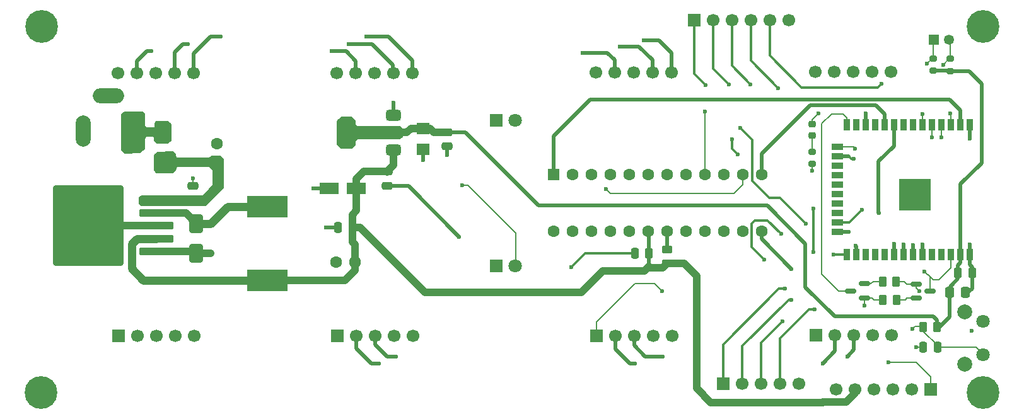
<source format=gbr>
%TF.GenerationSoftware,KiCad,Pcbnew,9.0.2*%
%TF.CreationDate,2025-06-20T14:11:32+05:30*%
%TF.ProjectId,clock,636c6f63-6b2e-46b6-9963-61645f706362,rev?*%
%TF.SameCoordinates,Original*%
%TF.FileFunction,Copper,L2,Bot*%
%TF.FilePolarity,Positive*%
%FSLAX46Y46*%
G04 Gerber Fmt 4.6, Leading zero omitted, Abs format (unit mm)*
G04 Created by KiCad (PCBNEW 9.0.2) date 2025-06-20 14:11:32*
%MOMM*%
%LPD*%
G01*
G04 APERTURE LIST*
G04 Aperture macros list*
%AMRoundRect*
0 Rectangle with rounded corners*
0 $1 Rounding radius*
0 $2 $3 $4 $5 $6 $7 $8 $9 X,Y pos of 4 corners*
0 Add a 4 corners polygon primitive as box body*
4,1,4,$2,$3,$4,$5,$6,$7,$8,$9,$2,$3,0*
0 Add four circle primitives for the rounded corners*
1,1,$1+$1,$2,$3*
1,1,$1+$1,$4,$5*
1,1,$1+$1,$6,$7*
1,1,$1+$1,$8,$9*
0 Add four rect primitives between the rounded corners*
20,1,$1+$1,$2,$3,$4,$5,0*
20,1,$1+$1,$4,$5,$6,$7,0*
20,1,$1+$1,$6,$7,$8,$9,0*
20,1,$1+$1,$8,$9,$2,$3,0*%
G04 Aperture macros list end*
%TA.AperFunction,Conductor*%
%ADD10C,0.200000*%
%TD*%
%TA.AperFunction,ComponentPad*%
%ADD11C,1.700000*%
%TD*%
%TA.AperFunction,ComponentPad*%
%ADD12R,1.700000X1.700000*%
%TD*%
%TA.AperFunction,SMDPad,CuDef*%
%ADD13R,5.400000X2.900000*%
%TD*%
%TA.AperFunction,ComponentPad*%
%ADD14R,1.350000X1.350000*%
%TD*%
%TA.AperFunction,ComponentPad*%
%ADD15C,1.350000*%
%TD*%
%TA.AperFunction,ComponentPad*%
%ADD16C,0.700000*%
%TD*%
%TA.AperFunction,ComponentPad*%
%ADD17C,4.400000*%
%TD*%
%TA.AperFunction,ComponentPad*%
%ADD18R,1.800000X1.800000*%
%TD*%
%TA.AperFunction,ComponentPad*%
%ADD19C,1.800000*%
%TD*%
%TA.AperFunction,SMDPad,CuDef*%
%ADD20RoundRect,0.250000X1.050000X0.550000X-1.050000X0.550000X-1.050000X-0.550000X1.050000X-0.550000X0*%
%TD*%
%TA.AperFunction,SMDPad,CuDef*%
%ADD21RoundRect,0.200000X-0.275000X0.200000X-0.275000X-0.200000X0.275000X-0.200000X0.275000X0.200000X0*%
%TD*%
%TA.AperFunction,SMDPad,CuDef*%
%ADD22RoundRect,0.250000X0.250000X0.475000X-0.250000X0.475000X-0.250000X-0.475000X0.250000X-0.475000X0*%
%TD*%
%TA.AperFunction,SMDPad,CuDef*%
%ADD23R,1.800000X1.600000*%
%TD*%
%TA.AperFunction,SMDPad,CuDef*%
%ADD24R,0.900000X1.500000*%
%TD*%
%TA.AperFunction,SMDPad,CuDef*%
%ADD25R,1.500000X0.900000*%
%TD*%
%TA.AperFunction,SMDPad,CuDef*%
%ADD26R,1.050000X1.050000*%
%TD*%
%TA.AperFunction,HeatsinkPad*%
%ADD27C,0.600000*%
%TD*%
%TA.AperFunction,HeatsinkPad*%
%ADD28R,4.200000X4.200000*%
%TD*%
%TA.AperFunction,ComponentPad*%
%ADD29C,2.000000*%
%TD*%
%TA.AperFunction,SMDPad,CuDef*%
%ADD30RoundRect,0.375000X0.625000X0.375000X-0.625000X0.375000X-0.625000X-0.375000X0.625000X-0.375000X0*%
%TD*%
%TA.AperFunction,SMDPad,CuDef*%
%ADD31RoundRect,0.500000X0.500000X1.400000X-0.500000X1.400000X-0.500000X-1.400000X0.500000X-1.400000X0*%
%TD*%
%TA.AperFunction,SMDPad,CuDef*%
%ADD32RoundRect,0.250000X-0.250000X-0.475000X0.250000X-0.475000X0.250000X0.475000X-0.250000X0.475000X0*%
%TD*%
%TA.AperFunction,SMDPad,CuDef*%
%ADD33RoundRect,0.248780X-0.261220X-0.451220X0.261220X-0.451220X0.261220X0.451220X-0.261220X0.451220X0*%
%TD*%
%TA.AperFunction,SMDPad,CuDef*%
%ADD34RoundRect,0.250000X-0.475000X0.250000X-0.475000X-0.250000X0.475000X-0.250000X0.475000X0.250000X0*%
%TD*%
%TA.AperFunction,ComponentPad*%
%ADD35RoundRect,0.250000X-0.550000X0.550000X-0.550000X-0.550000X0.550000X-0.550000X0.550000X0.550000X0*%
%TD*%
%TA.AperFunction,ComponentPad*%
%ADD36C,1.600000*%
%TD*%
%TA.AperFunction,SMDPad,CuDef*%
%ADD37RoundRect,0.250000X0.475000X-0.250000X0.475000X0.250000X-0.475000X0.250000X-0.475000X-0.250000X0*%
%TD*%
%TA.AperFunction,SMDPad,CuDef*%
%ADD38RoundRect,0.248780X0.261220X0.451220X-0.261220X0.451220X-0.261220X-0.451220X0.261220X-0.451220X0*%
%TD*%
%TA.AperFunction,SMDPad,CuDef*%
%ADD39RoundRect,0.248780X-0.451220X0.261220X-0.451220X-0.261220X0.451220X-0.261220X0.451220X0.261220X0*%
%TD*%
%TA.AperFunction,SMDPad,CuDef*%
%ADD40RoundRect,0.250000X2.050000X0.300000X-2.050000X0.300000X-2.050000X-0.300000X2.050000X-0.300000X0*%
%TD*%
%TA.AperFunction,SMDPad,CuDef*%
%ADD41RoundRect,0.250002X4.449998X5.149998X-4.449998X5.149998X-4.449998X-5.149998X4.449998X-5.149998X0*%
%TD*%
%TA.AperFunction,ComponentPad*%
%ADD42R,2.000000X4.600000*%
%TD*%
%TA.AperFunction,ComponentPad*%
%ADD43O,2.000000X4.200000*%
%TD*%
%TA.AperFunction,ComponentPad*%
%ADD44O,4.200000X2.000000*%
%TD*%
%TA.AperFunction,SMDPad,CuDef*%
%ADD45RoundRect,0.250000X-0.337500X-0.475000X0.337500X-0.475000X0.337500X0.475000X-0.337500X0.475000X0*%
%TD*%
%TA.AperFunction,SMDPad,CuDef*%
%ADD46RoundRect,0.218750X-0.256250X0.218750X-0.256250X-0.218750X0.256250X-0.218750X0.256250X0.218750X0*%
%TD*%
%TA.AperFunction,SMDPad,CuDef*%
%ADD47RoundRect,0.250000X0.650000X-1.000000X0.650000X1.000000X-0.650000X1.000000X-0.650000X-1.000000X0*%
%TD*%
%TA.AperFunction,SMDPad,CuDef*%
%ADD48RoundRect,0.250000X-0.650000X1.000000X-0.650000X-1.000000X0.650000X-1.000000X0.650000X1.000000X0*%
%TD*%
%TA.AperFunction,SMDPad,CuDef*%
%ADD49RoundRect,0.150000X-0.587500X-0.150000X0.587500X-0.150000X0.587500X0.150000X-0.587500X0.150000X0*%
%TD*%
%TA.AperFunction,SMDPad,CuDef*%
%ADD50RoundRect,0.150000X0.587500X0.150000X-0.587500X0.150000X-0.587500X-0.150000X0.587500X-0.150000X0*%
%TD*%
%TA.AperFunction,ViaPad*%
%ADD51C,0.600000*%
%TD*%
%TA.AperFunction,Conductor*%
%ADD52C,0.300000*%
%TD*%
%TA.AperFunction,Conductor*%
%ADD53C,0.500000*%
%TD*%
%TA.AperFunction,Conductor*%
%ADD54C,1.000000*%
%TD*%
%TA.AperFunction,Conductor*%
%ADD55C,1.100000*%
%TD*%
G04 APERTURE END LIST*
D10*
%TO.N,3.3V*%
X87130000Y-107750000D02*
X87130000Y-108290000D01*
X87360000Y-108520000D01*
X93120000Y-108520000D01*
X93430000Y-108830000D01*
X93430000Y-109830000D01*
X93130000Y-110130000D01*
X87430000Y-110130000D01*
X87130000Y-110430000D01*
X87130000Y-110940000D01*
X86650000Y-111420000D01*
X85270000Y-111420000D01*
X84730000Y-110880000D01*
X84760000Y-107790000D01*
X85330000Y-107220000D01*
X86600000Y-107220000D01*
X87130000Y-107750000D01*
%TA.AperFunction,Conductor*%
G36*
X87130000Y-107750000D02*
G01*
X87130000Y-108290000D01*
X87360000Y-108520000D01*
X93120000Y-108520000D01*
X93430000Y-108830000D01*
X93430000Y-109830000D01*
X93130000Y-110130000D01*
X87430000Y-110130000D01*
X87130000Y-110430000D01*
X87130000Y-110940000D01*
X86650000Y-111420000D01*
X85270000Y-111420000D01*
X84730000Y-110880000D01*
X84760000Y-107790000D01*
X85330000Y-107220000D01*
X86600000Y-107220000D01*
X87130000Y-107750000D01*
G37*
%TD.AperFunction*%
%TO.N,/pwr_in*%
X62980000Y-112240000D02*
X62980000Y-112250000D01*
X63100000Y-112750000D01*
X67580000Y-112740000D01*
X67850000Y-112470000D01*
X69010000Y-112470000D01*
X69420000Y-112880000D01*
X69420000Y-116690000D01*
X67030000Y-119080000D01*
X66770000Y-119080000D01*
X58370000Y-119080000D01*
X58120000Y-118830000D01*
X58120000Y-118050000D01*
X58380000Y-117790000D01*
X66670000Y-117790000D01*
X68050000Y-116410000D01*
X68050000Y-114370000D01*
X67530000Y-113850000D01*
X63840000Y-113850000D01*
X63130000Y-113850000D01*
X62990000Y-114360000D01*
X62610000Y-114680000D01*
X60440000Y-114680000D01*
X60170000Y-114330000D01*
X60170000Y-112340000D01*
X60570000Y-111950000D01*
X62610000Y-111940000D01*
X62980000Y-112240000D01*
%TA.AperFunction,Conductor*%
G36*
X62980000Y-112240000D02*
G01*
X62980000Y-112250000D01*
X63100000Y-112750000D01*
X67580000Y-112740000D01*
X67850000Y-112470000D01*
X69010000Y-112470000D01*
X69420000Y-112880000D01*
X69420000Y-116690000D01*
X67030000Y-119080000D01*
X66770000Y-119080000D01*
X58370000Y-119080000D01*
X58120000Y-118830000D01*
X58120000Y-118050000D01*
X58380000Y-117790000D01*
X66670000Y-117790000D01*
X68050000Y-116410000D01*
X68050000Y-114370000D01*
X67530000Y-113850000D01*
X63840000Y-113850000D01*
X63130000Y-113850000D01*
X62990000Y-114360000D01*
X62610000Y-114680000D01*
X60440000Y-114680000D01*
X60170000Y-114330000D01*
X60170000Y-112340000D01*
X60570000Y-111950000D01*
X62610000Y-111940000D01*
X62980000Y-112240000D01*
G37*
%TD.AperFunction*%
%TO.N,Net-(D3-A)*%
X58800000Y-106860000D02*
X58800000Y-108420000D01*
X59090000Y-108710000D01*
X60080000Y-108710000D01*
X60230000Y-108560000D01*
X60230000Y-108060000D01*
X60460000Y-107830000D01*
X61970000Y-107830000D01*
X62350000Y-108210000D01*
X62350000Y-110380000D01*
X62000000Y-110730000D01*
X60490000Y-110730000D01*
X60160000Y-110400000D01*
X60160000Y-109950000D01*
X60010000Y-109800000D01*
X59110000Y-109800000D01*
X58800000Y-110110000D01*
X58800000Y-111440000D01*
X58220000Y-112020000D01*
X56240000Y-112040000D01*
X55820000Y-111620000D01*
X55820000Y-106910000D01*
X56120000Y-106610000D01*
X56130000Y-106610000D01*
X58550000Y-106610000D01*
X58800000Y-106860000D01*
%TA.AperFunction,Conductor*%
G36*
X58800000Y-106860000D02*
G01*
X58800000Y-108420000D01*
X59090000Y-108710000D01*
X60080000Y-108710000D01*
X60230000Y-108560000D01*
X60230000Y-108060000D01*
X60460000Y-107830000D01*
X61970000Y-107830000D01*
X62350000Y-108210000D01*
X62350000Y-110380000D01*
X62000000Y-110730000D01*
X60490000Y-110730000D01*
X60160000Y-110400000D01*
X60160000Y-109950000D01*
X60010000Y-109800000D01*
X59110000Y-109800000D01*
X58800000Y-110110000D01*
X58800000Y-111440000D01*
X58220000Y-112020000D01*
X56240000Y-112040000D01*
X55820000Y-111620000D01*
X55820000Y-106910000D01*
X56120000Y-106610000D01*
X56130000Y-106610000D01*
X58550000Y-106610000D01*
X58800000Y-106860000D01*
G37*
%TD.AperFunction*%
%TD*%
D11*
%TO.P,J5,6,Pin_6*%
%TO.N,GND*%
X145370000Y-94230000D03*
%TO.P,J5,5,Pin_5*%
%TO.N,/16*%
X142830000Y-94230000D03*
%TO.P,J5,4,Pin_4*%
%TO.N,/15*%
X140290000Y-94230000D03*
%TO.P,J5,3,Pin_3*%
%TO.N,/14*%
X137750000Y-94230000D03*
%TO.P,J5,2,Pin_2*%
%TO.N,/13*%
X135210000Y-94230000D03*
D12*
%TO.P,J5,1,Pin_1*%
%TO.N,/12*%
X132670000Y-94230000D03*
%TD*%
D13*
%TO.P,L1,2,2*%
%TO.N,+5V*%
X75360000Y-129137500D03*
%TO.P,L1,1,1*%
%TO.N,Net-(U8-OUT)*%
X75360000Y-119237500D03*
%TD*%
D14*
%TO.P,J4,1,Pin_1*%
%TO.N,/SDA*%
X164850000Y-96800000D03*
D15*
%TO.P,J4,2,Pin_2*%
%TO.N,/SCL*%
X166850000Y-96800000D03*
%TD*%
D12*
%TO.P,J2,1,Pin_1*%
%TO.N,/ADC_1*%
X136510000Y-143080000D03*
D11*
%TO.P,J2,2,Pin_2*%
%TO.N,/ADC_2*%
X139050000Y-143080000D03*
%TO.P,J2,3,Pin_3*%
%TO.N,/ADC_3*%
X141590000Y-143080000D03*
%TO.P,J2,4,Pin_4*%
%TO.N,/ADC_4*%
X144130000Y-143080000D03*
%TO.P,J2,5,Pin_5*%
%TO.N,GND*%
X146670000Y-143080000D03*
%TD*%
D16*
%TO.P,REF\u002A\u002A,1*%
%TO.N,N/C*%
X169820000Y-144260000D03*
X170303274Y-143093274D03*
X170303274Y-145426726D03*
X171470000Y-142610000D03*
D17*
X171470000Y-144260000D03*
D16*
X171470000Y-145910000D03*
X172636726Y-143093274D03*
X172636726Y-145426726D03*
X173120000Y-144260000D03*
%TD*%
D12*
%TO.P,U5,1,CC*%
%TO.N,/DIG_3*%
X149035000Y-136537500D03*
D11*
%TO.P,U5,2,E*%
%TO.N,/E*%
X151575000Y-136537500D03*
%TO.P,U5,3,D*%
%TO.N,/D*%
X154115000Y-136537500D03*
%TO.P,U5,4,C*%
%TO.N,/C*%
X156655000Y-136537500D03*
%TO.P,U5,5,CC*%
%TO.N,unconnected-(U5-CC-Pad5)*%
X159195000Y-136537500D03*
%TO.P,U5,6,B*%
%TO.N,/B*%
X159105000Y-101187500D03*
%TO.P,U5,7,A*%
%TO.N,/A*%
X156565000Y-101187500D03*
%TO.P,U5,8,DP*%
%TO.N,unconnected-(U5-DP-Pad8)*%
X154025000Y-101187500D03*
%TO.P,U5,9,F*%
%TO.N,/F*%
X151485000Y-101187500D03*
%TO.P,U5,10,G*%
%TO.N,/G*%
X148945000Y-101187500D03*
%TD*%
D18*
%TO.P,D2,1,K*%
%TO.N,GND*%
X106060000Y-127250000D03*
D19*
%TO.P,D2,2,A*%
%TO.N,/Sec*%
X108600000Y-127250000D03*
%TD*%
D16*
%TO.P,REF\u002A\u002A,1*%
%TO.N,N/C*%
X43350000Y-95080000D03*
X43833274Y-93913274D03*
X43833274Y-96246726D03*
X45000000Y-93430000D03*
D17*
X45000000Y-95080000D03*
D16*
X45000000Y-96730000D03*
X46166726Y-93913274D03*
X46166726Y-96246726D03*
X46650000Y-95080000D03*
%TD*%
D12*
%TO.P,U1,1,CC*%
%TO.N,/DIG_0*%
X55360000Y-136632500D03*
D11*
%TO.P,U1,2,E*%
%TO.N,/E*%
X57900000Y-136632500D03*
%TO.P,U1,3,D*%
%TO.N,/D*%
X60440000Y-136632500D03*
%TO.P,U1,4,C*%
%TO.N,/C*%
X62980000Y-136632500D03*
%TO.P,U1,5,CC*%
%TO.N,unconnected-(U1-CC-Pad5)*%
X65520000Y-136632500D03*
%TO.P,U1,6,B*%
%TO.N,/B*%
X65430000Y-101282500D03*
%TO.P,U1,7,A*%
%TO.N,/A*%
X62890000Y-101282500D03*
%TO.P,U1,8,DP*%
%TO.N,unconnected-(U1-DP-Pad8)*%
X60350000Y-101282500D03*
%TO.P,U1,9,F*%
%TO.N,/F*%
X57810000Y-101282500D03*
%TO.P,U1,10,G*%
%TO.N,/G*%
X55270000Y-101282500D03*
%TD*%
D12*
%TO.P,U2,1,CC*%
%TO.N,/DIG_1*%
X84740000Y-136640000D03*
D11*
%TO.P,U2,2,E*%
%TO.N,/E*%
X87280000Y-136640000D03*
%TO.P,U2,3,D*%
%TO.N,/D*%
X89820000Y-136640000D03*
%TO.P,U2,4,C*%
%TO.N,/C*%
X92360000Y-136640000D03*
%TO.P,U2,5,CC*%
%TO.N,unconnected-(U2-CC-Pad5)*%
X94900000Y-136640000D03*
%TO.P,U2,6,B*%
%TO.N,/B*%
X94810000Y-101290000D03*
%TO.P,U2,7,A*%
%TO.N,/A*%
X92270000Y-101290000D03*
%TO.P,U2,8,DP*%
%TO.N,unconnected-(U2-DP-Pad8)*%
X89730000Y-101290000D03*
%TO.P,U2,9,F*%
%TO.N,/F*%
X87190000Y-101290000D03*
%TO.P,U2,10,G*%
%TO.N,/G*%
X84650000Y-101290000D03*
%TD*%
D18*
%TO.P,D1,1,K*%
%TO.N,GND*%
X106100000Y-107680000D03*
D19*
%TO.P,D1,2,A*%
%TO.N,/Sec*%
X108640000Y-107680000D03*
%TD*%
D12*
%TO.P,U3,1,CC*%
%TO.N,/DIG_2*%
X119515000Y-136585000D03*
D11*
%TO.P,U3,2,E*%
%TO.N,/E*%
X122055000Y-136585000D03*
%TO.P,U3,3,D*%
%TO.N,/D*%
X124595000Y-136585000D03*
%TO.P,U3,4,C*%
%TO.N,/C*%
X127135000Y-136585000D03*
%TO.P,U3,5,CC*%
%TO.N,unconnected-(U3-CC-Pad5)*%
X129675000Y-136585000D03*
%TO.P,U3,6,B*%
%TO.N,/B*%
X129585000Y-101235000D03*
%TO.P,U3,7,A*%
%TO.N,/A*%
X127045000Y-101235000D03*
%TO.P,U3,8,DP*%
%TO.N,unconnected-(U3-DP-Pad8)*%
X124505000Y-101235000D03*
%TO.P,U3,9,F*%
%TO.N,/F*%
X121965000Y-101235000D03*
%TO.P,U3,10,G*%
%TO.N,/G*%
X119425000Y-101235000D03*
%TD*%
D16*
%TO.P,REF\u002A\u002A,1*%
%TO.N,N/C*%
X169780000Y-95040000D03*
X170263274Y-93873274D03*
X170263274Y-96206726D03*
X171430000Y-93390000D03*
D17*
X171430000Y-95040000D03*
D16*
X171430000Y-96690000D03*
X172596726Y-93873274D03*
X172596726Y-96206726D03*
X173080000Y-95040000D03*
%TD*%
%TO.P,REF\u002A\u002A,1*%
%TO.N,N/C*%
X43263274Y-144226726D03*
X43746548Y-143060000D03*
X43746548Y-145393452D03*
X44913274Y-142576726D03*
D17*
X44913274Y-144226726D03*
D16*
X44913274Y-145876726D03*
X46080000Y-143060000D03*
X46080000Y-145393452D03*
X46563274Y-144226726D03*
%TD*%
D12*
%TO.P,J3,1,Pin_1*%
%TO.N,/DTR*%
X164400000Y-143800000D03*
D11*
%TO.P,J3,2,Pin_2*%
%TO.N,/RTS*%
X161860000Y-143800000D03*
%TO.P,J3,3,Pin_3*%
%TO.N,/RXD0*%
X159320000Y-143800000D03*
%TO.P,J3,4,Pin_4*%
%TO.N,/TXD0*%
X156780000Y-143800000D03*
%TO.P,J3,5,Pin_5*%
%TO.N,+5V*%
X154240000Y-143800000D03*
%TO.P,J3,6,Pin_6*%
%TO.N,GND*%
X151700000Y-143800000D03*
%TD*%
D20*
%TO.P,C1,1*%
%TO.N,+5V*%
X87270000Y-116817500D03*
%TO.P,C1,2*%
%TO.N,GND*%
X83670000Y-116817500D03*
%TD*%
D21*
%TO.P,R7,1*%
%TO.N,/SCL*%
X167040000Y-99405000D03*
%TO.P,R7,2*%
%TO.N,3.3V*%
X167040000Y-101055000D03*
%TD*%
D22*
%TO.P,C12,1*%
%TO.N,+5V*%
X126590000Y-125575000D03*
%TO.P,C12,2*%
%TO.N,GND*%
X124690000Y-125575000D03*
%TD*%
D23*
%TO.P,C5,1*%
%TO.N,3.3V*%
X96260000Y-108787500D03*
%TO.P,C5,2*%
%TO.N,GND*%
X96260000Y-111587500D03*
%TD*%
D24*
%TO.P,U4,1,GND*%
%TO.N,GND*%
X169660000Y-125730000D03*
%TO.P,U4,2,VDD*%
%TO.N,3.3V*%
X168390000Y-125730000D03*
%TO.P,U4,3,EN*%
%TO.N,/EN*%
X167120000Y-125730000D03*
%TO.P,U4,4,SENSOR_VP*%
%TO.N,unconnected-(U4-SENSOR_VP-Pad4)*%
X165850000Y-125730000D03*
%TO.P,U4,5,SENSOR_VN*%
%TO.N,unconnected-(U4-SENSOR_VN-Pad5)*%
X164580000Y-125730000D03*
%TO.P,U4,6,IO34*%
%TO.N,/ADC_3*%
X163310000Y-125730000D03*
%TO.P,U4,7,IO35*%
%TO.N,/ADC_4*%
X162040000Y-125730000D03*
%TO.P,U4,8,IO32*%
%TO.N,/ADC_1*%
X160770000Y-125730000D03*
%TO.P,U4,9,IO33*%
%TO.N,/ADC_2*%
X159500000Y-125730000D03*
%TO.P,U4,10,IO25*%
%TO.N,unconnected-(U4-IO25-Pad10)*%
X158230000Y-125730000D03*
%TO.P,U4,11,IO26*%
%TO.N,unconnected-(U4-IO26-Pad11)*%
X156960000Y-125730000D03*
%TO.P,U4,12,IO27*%
%TO.N,unconnected-(U4-IO27-Pad12)*%
X155690000Y-125730000D03*
%TO.P,U4,13,IO14*%
%TO.N,/14*%
X154420000Y-125730000D03*
%TO.P,U4,14,IO12*%
%TO.N,/12*%
X153150000Y-125730000D03*
D25*
%TO.P,U4,15,GND*%
%TO.N,GND*%
X151900000Y-122690000D03*
%TO.P,U4,16,IO13*%
%TO.N,/13*%
X151900000Y-121420000D03*
%TO.P,U4,17,SHD/SD2*%
%TO.N,unconnected-(U4-SHD{slash}SD2-Pad17)*%
X151900000Y-120150000D03*
%TO.P,U4,18,SWP/SD3*%
%TO.N,unconnected-(U4-SWP{slash}SD3-Pad18)*%
X151900000Y-118880000D03*
%TO.P,U4,19,SCS/CMD*%
%TO.N,unconnected-(U4-SCS{slash}CMD-Pad19)*%
X151900000Y-117610000D03*
%TO.P,U4,20,SCK/CLK*%
%TO.N,unconnected-(U4-SCK{slash}CLK-Pad20)*%
X151900000Y-116340000D03*
%TO.P,U4,21,SDO/SD0*%
%TO.N,unconnected-(U4-SDO{slash}SD0-Pad21)*%
X151900000Y-115070000D03*
%TO.P,U4,22,SDI/SD1*%
%TO.N,unconnected-(U4-SDI{slash}SD1-Pad22)*%
X151900000Y-113800000D03*
%TO.P,U4,23,IO15*%
%TO.N,/15*%
X151900000Y-112530000D03*
%TO.P,U4,24,IO2*%
%TO.N,/2*%
X151900000Y-111260000D03*
D24*
%TO.P,U4,25,IO0*%
%TO.N,/IO0*%
X153150000Y-108230000D03*
%TO.P,U4,26,IO4*%
%TO.N,unconnected-(U4-IO4-Pad26)*%
X154420000Y-108230000D03*
%TO.P,U4,27,IO16*%
%TO.N,/16*%
X155690000Y-108230000D03*
%TO.P,U4,28,IO17*%
%TO.N,unconnected-(U4-IO17-Pad28)*%
X156960000Y-108230000D03*
%TO.P,U4,29,IO5*%
%TO.N,/CS*%
X158230000Y-108230000D03*
%TO.P,U4,30,IO18*%
%TO.N,/CLK*%
X159500000Y-108230000D03*
%TO.P,U4,31,IO19*%
%TO.N,unconnected-(U4-IO19-Pad31)*%
X160770000Y-108230000D03*
%TO.P,U4,32,NC*%
%TO.N,unconnected-(U4-NC-Pad32)*%
X162040000Y-108230000D03*
%TO.P,U4,33,IO21*%
%TO.N,/SDA*%
X163310000Y-108230000D03*
%TO.P,U4,34,RXD0/IO3*%
%TO.N,/RXD0*%
X164580000Y-108230000D03*
%TO.P,U4,35,TXD0/IO1*%
%TO.N,/TXD0*%
X165850000Y-108230000D03*
%TO.P,U4,36,IO22*%
%TO.N,/SCL*%
X167120000Y-108230000D03*
%TO.P,U4,37,IO23*%
%TO.N,/MOSI*%
X168390000Y-108230000D03*
%TO.P,U4,38,GND*%
%TO.N,GND*%
X169660000Y-108230000D03*
D26*
%TO.P,U4,39,GND*%
X160795000Y-119185000D03*
D27*
X161557500Y-119185000D03*
D26*
X162320000Y-119185000D03*
D27*
X163082500Y-119185000D03*
D26*
X163845000Y-119185000D03*
D27*
X160795000Y-118422500D03*
X162320000Y-118422500D03*
X163845000Y-118422500D03*
D26*
X160795000Y-117660000D03*
D27*
X161557500Y-117660000D03*
D26*
X162320000Y-117660000D03*
D28*
X162320000Y-117660000D03*
D27*
X163082500Y-117660000D03*
D26*
X163845000Y-117660000D03*
D27*
X160795000Y-116897500D03*
X162320000Y-116897500D03*
X163845000Y-116897500D03*
D26*
X160795000Y-116135000D03*
D27*
X161557500Y-116135000D03*
D26*
X162320000Y-116135000D03*
D27*
X163082500Y-116135000D03*
D26*
X163845000Y-116135000D03*
%TD*%
D19*
%TO.P,SW1,1,1*%
%TO.N,GND*%
X171450000Y-134650000D03*
%TO.P,SW1,2,2*%
%TO.N,/EN*%
X171450000Y-139150000D03*
D29*
%TO.P,SW1,M1,M1*%
%TO.N,unconnected-(SW1-PadM1)*%
X168950000Y-133400000D03*
%TO.P,SW1,M2,M2*%
%TO.N,unconnected-(SW1-PadM2)*%
X168950000Y-140400000D03*
%TD*%
D30*
%TO.P,U7,1,GND*%
%TO.N,GND*%
X92230000Y-107017500D03*
%TO.P,U7,2,VO*%
%TO.N,3.3V*%
X92230000Y-109317500D03*
D31*
X85930000Y-109317500D03*
D30*
%TO.P,U7,3,VI*%
%TO.N,+5V*%
X92230000Y-111617500D03*
%TD*%
D32*
%TO.P,C8,1*%
%TO.N,3.3V*%
X168075000Y-128195000D03*
%TO.P,C8,2*%
%TO.N,GND*%
X169975000Y-128195000D03*
%TD*%
D33*
%TO.P,R3,1*%
%TO.N,/DTR*%
X157980000Y-131800000D03*
%TO.P,R3,2*%
%TO.N,Net-(Q1-B)*%
X159800000Y-131800000D03*
%TD*%
D34*
%TO.P,C2,1*%
%TO.N,+5V*%
X91390000Y-114547500D03*
%TO.P,C2,2*%
%TO.N,GND*%
X91390000Y-116447500D03*
%TD*%
D35*
%TO.P,U6,1,DIN*%
%TO.N,/MOSI*%
X113750000Y-114950000D03*
D36*
%TO.P,U6,2,DIG_0*%
%TO.N,/DIG_0*%
X116290000Y-114950000D03*
%TO.P,U6,3,DIG_4*%
%TO.N,unconnected-(U6-DIG_4-Pad3)*%
X118830000Y-114950000D03*
%TO.P,U6,4,GND*%
%TO.N,GND*%
X121370000Y-114950000D03*
%TO.P,U6,5,DIG_6*%
%TO.N,unconnected-(U6-DIG_6-Pad5)*%
X123910000Y-114950000D03*
%TO.P,U6,6,DIG_2*%
%TO.N,/DIG_2*%
X126450000Y-114950000D03*
%TO.P,U6,7,DIG_3*%
%TO.N,/DIG_3*%
X128990000Y-114950000D03*
%TO.P,U6,8,DIG_7*%
%TO.N,unconnected-(U6-DIG_7-Pad8)*%
X131530000Y-114950000D03*
%TO.P,U6,9,GND*%
%TO.N,GND*%
X134070000Y-114950000D03*
%TO.P,U6,10,DIG_5*%
%TO.N,unconnected-(U6-DIG_5-Pad10)*%
X136610000Y-114950000D03*
%TO.P,U6,11,DIG_1*%
%TO.N,/DIG_1*%
X139150000Y-114950000D03*
%TO.P,U6,12,~{CS}*%
%TO.N,/CS*%
X141690000Y-114950000D03*
%TO.P,U6,13,CLK*%
%TO.N,/CLK*%
X141690000Y-122570000D03*
%TO.P,U6,14,SEG_A*%
%TO.N,/A*%
X139150000Y-122570000D03*
%TO.P,U6,15,SEG_F*%
%TO.N,/F*%
X136610000Y-122570000D03*
%TO.P,U6,16,SEG_B*%
%TO.N,/B*%
X134070000Y-122570000D03*
%TO.P,U6,17,SEG_G*%
%TO.N,/G*%
X131530000Y-122570000D03*
%TO.P,U6,18,ISET*%
%TO.N,Net-(U6-ISET)*%
X128990000Y-122570000D03*
%TO.P,U6,19,V+*%
%TO.N,+5V*%
X126450000Y-122570000D03*
%TO.P,U6,20,SEG_C*%
%TO.N,/C*%
X123910000Y-122570000D03*
%TO.P,U6,21,SEG_E*%
%TO.N,/E*%
X121370000Y-122570000D03*
%TO.P,U6,22,SEG_DP*%
%TO.N,unconnected-(U6-SEG_DP-Pad22)*%
X118830000Y-122570000D03*
%TO.P,U6,23,SEG_D*%
%TO.N,/D*%
X116290000Y-122570000D03*
%TO.P,U6,24,DOUT*%
%TO.N,unconnected-(U6-DOUT-Pad24)*%
X113750000Y-122570000D03*
%TD*%
%TO.P,C3,1*%
%TO.N,/pwr_in*%
X68590000Y-113327500D03*
%TO.P,C3,2*%
%TO.N,GND*%
X68590000Y-110827500D03*
%TD*%
D22*
%TO.P,C11,1*%
%TO.N,/EN*%
X165330000Y-138170000D03*
%TO.P,C11,2*%
%TO.N,GND*%
X163430000Y-138170000D03*
%TD*%
D37*
%TO.P,C4,1*%
%TO.N,/pwr_in*%
X65380000Y-118397500D03*
%TO.P,C4,2*%
%TO.N,GND*%
X65380000Y-116497500D03*
%TD*%
D38*
%TO.P,R2,1*%
%TO.N,/RTS*%
X159750000Y-129370000D03*
%TO.P,R2,2*%
%TO.N,Net-(Q2-B)*%
X157930000Y-129370000D03*
%TD*%
D39*
%TO.P,R1,1*%
%TO.N,Net-(U6-ISET)*%
X129030000Y-125065000D03*
%TO.P,R1,2*%
%TO.N,+5V*%
X129030000Y-126885000D03*
%TD*%
D40*
%TO.P,U8,1,VIN*%
%TO.N,/pwr_in*%
X60470000Y-118447500D03*
%TO.P,U8,2,OUT*%
%TO.N,Net-(U8-OUT)*%
X60470000Y-120147500D03*
%TO.P,U8,3,GND*%
%TO.N,GND*%
X60470000Y-121847500D03*
D41*
X51320000Y-121847500D03*
D40*
%TO.P,U8,4,FB*%
%TO.N,+5V*%
X60470000Y-123547500D03*
%TO.P,U8,5,~{ON}/OFF*%
%TO.N,GND*%
X60470000Y-125247500D03*
%TD*%
D33*
%TO.P,R4,1*%
%TO.N,/EN*%
X163430000Y-135450000D03*
%TO.P,R4,2*%
%TO.N,3.3V*%
X165250000Y-135450000D03*
%TD*%
D22*
%TO.P,C10,1*%
%TO.N,+5V*%
X86750000Y-122100000D03*
%TO.P,C10,2*%
%TO.N,GND*%
X84850000Y-122100000D03*
%TD*%
D42*
%TO.P,J1,1*%
%TO.N,Net-(D3-A)*%
X56940000Y-109150000D03*
D43*
%TO.P,J1,2*%
%TO.N,GND*%
X50640000Y-109150000D03*
D44*
%TO.P,J1,3*%
X54040000Y-104350000D03*
%TD*%
D36*
%TO.P,C9,1*%
%TO.N,+5V*%
X87100000Y-126700000D03*
%TO.P,C9,2*%
%TO.N,GND*%
X84600000Y-126700000D03*
%TD*%
D45*
%TO.P,C7,1*%
%TO.N,3.3V*%
X166962500Y-130800000D03*
%TO.P,C7,2*%
%TO.N,GND*%
X169037500Y-130800000D03*
%TD*%
D46*
%TO.P,D5,1,K*%
%TO.N,/2*%
X148450000Y-108155000D03*
%TO.P,D5,2,A*%
%TO.N,Net-(D5-A)*%
X148450000Y-109730000D03*
%TD*%
D34*
%TO.P,C6,1*%
%TO.N,3.3V*%
X99500000Y-109257500D03*
%TO.P,C6,2*%
%TO.N,GND*%
X99500000Y-111157500D03*
%TD*%
D47*
%TO.P,D3,1,K*%
%TO.N,/pwr_in*%
X61230000Y-113317500D03*
%TO.P,D3,2,A*%
%TO.N,Net-(D3-A)*%
X61230000Y-109317500D03*
%TD*%
D48*
%TO.P,D4,1*%
%TO.N,Net-(U8-OUT)*%
X65800000Y-121557500D03*
%TO.P,D4,2*%
%TO.N,GND*%
X65800000Y-125557500D03*
%TD*%
D21*
%TO.P,R6,1*%
%TO.N,/SDA*%
X164730000Y-99365000D03*
%TO.P,R6,2*%
%TO.N,3.3V*%
X164730000Y-101015000D03*
%TD*%
D49*
%TO.P,Q1,1,B*%
%TO.N,Net-(Q1-B)*%
X162470000Y-131580000D03*
%TO.P,Q1,2,E*%
%TO.N,/RTS*%
X162470000Y-129680000D03*
%TO.P,Q1,3,C*%
%TO.N,/EN*%
X164345000Y-130630000D03*
%TD*%
D50*
%TO.P,Q2,1,B*%
%TO.N,Net-(Q2-B)*%
X155487500Y-129637500D03*
%TO.P,Q2,2,E*%
%TO.N,/DTR*%
X155487500Y-131537500D03*
%TO.P,Q2,3,C*%
%TO.N,/IO0*%
X153612500Y-130587500D03*
%TD*%
D21*
%TO.P,R5,1*%
%TO.N,Net-(D5-A)*%
X148480000Y-111865000D03*
%TO.P,R5,2*%
%TO.N,GND*%
X148480000Y-113515000D03*
%TD*%
D51*
%TO.N,GND*%
X169920000Y-135920000D03*
%TO.N,/2*%
X149340000Y-106730000D03*
X154280000Y-111500000D03*
%TO.N,GND*%
X116120000Y-127430000D03*
%TO.N,/12*%
X144320000Y-122930000D03*
X142020000Y-126350000D03*
X151380000Y-125740000D03*
X138520000Y-112240000D03*
X137720000Y-110190000D03*
X134160000Y-102970000D03*
%TO.N,/13*%
X147650000Y-121530000D03*
X138815000Y-108655000D03*
X137355000Y-102865000D03*
X155210000Y-119680000D03*
%TO.N,/14*%
X154320000Y-124500000D03*
X148660000Y-125350000D03*
X148660000Y-119510000D03*
X140190000Y-102810000D03*
%TO.N,/15*%
X154050000Y-112840000D03*
X143910000Y-103320000D03*
%TO.N,/16*%
X155700000Y-106700000D03*
X157800000Y-102760000D03*
%TO.N,GND*%
X101110000Y-123310000D03*
X162450000Y-138150000D03*
X57520000Y-121847500D03*
X92960000Y-116480000D03*
X169660000Y-124380000D03*
X96260000Y-112990000D03*
X169650000Y-110140000D03*
X81500000Y-116800000D03*
X92240000Y-105300000D03*
X83200000Y-122100000D03*
X65380000Y-115450000D03*
X56620000Y-121847500D03*
X99500000Y-112300000D03*
X134080000Y-106510000D03*
X153440000Y-122690000D03*
X148470000Y-114450000D03*
X67690000Y-125570000D03*
%TO.N,/EN*%
X161960000Y-135690000D03*
X163590000Y-127950000D03*
%TO.N,/RXD0*%
X164580000Y-109950000D03*
%TO.N,/DTR*%
X155500000Y-132530000D03*
X158730000Y-140200000D03*
%TO.N,/TXD0*%
X165850000Y-109940000D03*
%TO.N,/RTS*%
X162900000Y-130600000D03*
%TO.N,/A*%
X64700000Y-97390000D03*
X122700000Y-97770000D03*
X86300000Y-97390000D03*
%TO.N,/F*%
X117660000Y-98570000D03*
X59800000Y-98390000D03*
X83990000Y-98390000D03*
%TO.N,/B*%
X69100000Y-96380000D03*
X88590000Y-96380000D03*
X125890000Y-96900000D03*
%TO.N,/E*%
X90340000Y-140340000D03*
X149910000Y-140310000D03*
X124671157Y-140339999D03*
%TO.N,/D*%
X153220000Y-139390000D03*
X92620000Y-139400000D03*
X128440000Y-139390000D03*
%TO.N,/DIG_2*%
X128370000Y-130620000D03*
%TO.N,/DIG_1*%
X120810000Y-116890000D03*
%TO.N,/Sec*%
X101470000Y-116380000D03*
%TO.N,/CLK*%
X157430000Y-120150000D03*
X145720000Y-127640000D03*
%TO.N,/ADC_4*%
X162040000Y-124400000D03*
X148830000Y-133030000D03*
%TO.N,/ADC_1*%
X144830000Y-130270000D03*
X160770000Y-124320000D03*
%TO.N,/ADC_3*%
X144490000Y-134650000D03*
X163310000Y-124370000D03*
%TO.N,/ADC_2*%
X145700000Y-131760000D03*
X159500000Y-124240000D03*
%TO.N,/SDA*%
X163300000Y-106830000D03*
X163930000Y-100070000D03*
%TO.N,/SCL*%
X166060000Y-100190000D03*
X167060000Y-106780000D03*
%TD*%
D10*
%TO.N,/2*%
X148450000Y-107620000D02*
X149340000Y-106730000D01*
X148450000Y-108155000D02*
X148450000Y-107620000D01*
X154040000Y-111260000D02*
X151900000Y-111260000D01*
X154280000Y-111500000D02*
X154040000Y-111260000D01*
X151920000Y-111280000D02*
X151900000Y-111260000D01*
D52*
%TO.N,/15*%
X153740000Y-112840000D02*
X153430000Y-112530000D01*
X154050000Y-112840000D02*
X153740000Y-112840000D01*
%TO.N,/14*%
X137715000Y-100335000D02*
X137715000Y-94265000D01*
X140190000Y-102810000D02*
X137715000Y-100335000D01*
X137715000Y-94265000D02*
X137750000Y-94230000D01*
%TO.N,/13*%
X135175000Y-94265000D02*
X135210000Y-94230000D01*
X135175000Y-100685000D02*
X135175000Y-94265000D01*
X137355000Y-102865000D02*
X135175000Y-100685000D01*
%TO.N,/12*%
X132635000Y-94265000D02*
X132670000Y-94230000D01*
X132635000Y-101445000D02*
X132635000Y-94265000D01*
X134160000Y-102970000D02*
X132635000Y-101445000D01*
%TO.N,/15*%
X140255000Y-94265000D02*
X140290000Y-94230000D01*
X140255000Y-99665000D02*
X140255000Y-94265000D01*
X143910000Y-103320000D02*
X140255000Y-99665000D01*
%TO.N,/16*%
X142795000Y-94265000D02*
X142830000Y-94230000D01*
X147080000Y-103240000D02*
X142795000Y-98955000D01*
X142795000Y-98955000D02*
X142795000Y-94265000D01*
X157330000Y-103240000D02*
X147080000Y-103240000D01*
X157800000Y-102770000D02*
X157330000Y-103240000D01*
X157800000Y-102760000D02*
X157800000Y-102770000D01*
%TO.N,GND*%
X117975000Y-125575000D02*
X116120000Y-127430000D01*
X124690000Y-125575000D02*
X117975000Y-125575000D01*
%TO.N,/ADC_3*%
X141610000Y-137530000D02*
X141610000Y-143020000D01*
X144490000Y-134650000D02*
X141610000Y-137530000D01*
%TO.N,/ADC_4*%
X144150000Y-136950000D02*
X144150000Y-143020000D01*
X148050000Y-133050000D02*
X144150000Y-136950000D01*
X148810000Y-133050000D02*
X148050000Y-133050000D01*
X148830000Y-133030000D02*
X148810000Y-133050000D01*
%TO.N,/ADC_2*%
X145320000Y-131760000D02*
X139070000Y-138010000D01*
X139070000Y-138010000D02*
X139070000Y-143020000D01*
X145700000Y-131760000D02*
X145320000Y-131760000D01*
%TO.N,/ADC_1*%
X144040000Y-130270000D02*
X136530000Y-137780000D01*
X136530000Y-137780000D02*
X136530000Y-143020000D01*
X144830000Y-130270000D02*
X144040000Y-130270000D01*
D53*
%TO.N,/CS*%
X157050000Y-105650000D02*
X158230000Y-106830000D01*
X158230000Y-106830000D02*
X158230000Y-108230000D01*
X148230000Y-105650000D02*
X157050000Y-105650000D01*
X141700000Y-112180000D02*
X148230000Y-105650000D01*
X141690000Y-114950000D02*
X141700000Y-114940000D01*
X141700000Y-114940000D02*
X141700000Y-112180000D01*
D52*
%TO.N,/14*%
X148660000Y-125350000D02*
X148660000Y-119510000D01*
%TO.N,/12*%
X151390000Y-125730000D02*
X151380000Y-125740000D01*
X153150000Y-125730000D02*
X151390000Y-125730000D01*
%TO.N,/13*%
X153480000Y-121420000D02*
X151900000Y-121420000D01*
X155210000Y-119690000D02*
X153480000Y-121420000D01*
X155210000Y-119680000D02*
X155210000Y-119690000D01*
X142700000Y-118110000D02*
X144180000Y-118110000D01*
X140420000Y-115830000D02*
X142700000Y-118110000D01*
X140420000Y-110260000D02*
X140420000Y-115830000D01*
X144180000Y-118110000D02*
X147620000Y-121550000D01*
X138815000Y-108655000D02*
X140420000Y-110260000D01*
%TO.N,/12*%
X137720000Y-111440000D02*
X137720000Y-110190000D01*
X138520000Y-112240000D02*
X137720000Y-111440000D01*
X142480000Y-121090000D02*
X144320000Y-122930000D01*
X140820000Y-121090000D02*
X142480000Y-121090000D01*
X140390000Y-121520000D02*
X140820000Y-121090000D01*
X140390000Y-123520000D02*
X140390000Y-121520000D01*
X140390000Y-124720000D02*
X140390000Y-123520000D01*
X142020000Y-126350000D02*
X140390000Y-124720000D01*
D53*
%TO.N,/14*%
X154420000Y-124600000D02*
X154320000Y-124500000D01*
X154420000Y-125730000D02*
X154420000Y-124600000D01*
%TO.N,/15*%
X153430000Y-112530000D02*
X151900000Y-112530000D01*
%TO.N,/16*%
X155690000Y-106710000D02*
X155700000Y-106700000D01*
X155690000Y-108230000D02*
X155690000Y-106710000D01*
%TO.N,/B*%
X129585000Y-98615000D02*
X129585000Y-101235000D01*
X129600000Y-98600000D02*
X129585000Y-98615000D01*
X127900000Y-96900000D02*
X129600000Y-98600000D01*
X125890000Y-96900000D02*
X127900000Y-96900000D01*
%TO.N,/A*%
X127030000Y-101220000D02*
X127045000Y-101235000D01*
X127030000Y-99530000D02*
X127030000Y-101220000D01*
X122730000Y-97740000D02*
X125240000Y-97740000D01*
X125240000Y-97740000D02*
X127030000Y-99530000D01*
X122700000Y-97770000D02*
X122730000Y-97740000D01*
%TO.N,/F*%
X120970000Y-98570000D02*
X121965000Y-99565000D01*
X117660000Y-98570000D02*
X120970000Y-98570000D01*
X121965000Y-99565000D02*
X121965000Y-101235000D01*
%TO.N,/MOSI*%
X168390000Y-106290000D02*
X168390000Y-108230000D01*
X166940000Y-104840000D02*
X168390000Y-106290000D01*
X118680000Y-104840000D02*
X166940000Y-104840000D01*
X113750000Y-109770000D02*
X118680000Y-104840000D01*
X113750000Y-114950000D02*
X113750000Y-109770000D01*
%TO.N,GND*%
X94280000Y-116480000D02*
X101110000Y-123310000D01*
X92960000Y-116480000D02*
X94280000Y-116480000D01*
X169430000Y-130800000D02*
X169037500Y-130800000D01*
D10*
X134070000Y-114950000D02*
X134070000Y-106520000D01*
D53*
X169975000Y-128195000D02*
X169975000Y-127355000D01*
D54*
X60470000Y-121847500D02*
X57520000Y-121847500D01*
D53*
X151900000Y-122690000D02*
X153440000Y-122690000D01*
D54*
X67677500Y-125557500D02*
X67690000Y-125570000D01*
D53*
X83670000Y-116817500D02*
X81517500Y-116817500D01*
D10*
X148480000Y-113515000D02*
X148480000Y-114440000D01*
D53*
X169660000Y-127040000D02*
X169660000Y-125730000D01*
D54*
X65490000Y-125247500D02*
X65800000Y-125557500D01*
D10*
X134070000Y-106520000D02*
X134080000Y-106510000D01*
D54*
X56620000Y-121847500D02*
X51320000Y-121847500D01*
D53*
X169975000Y-130255000D02*
X169430000Y-130800000D01*
D10*
X163430000Y-138170000D02*
X162470000Y-138170000D01*
D54*
X60470000Y-125247500D02*
X65490000Y-125247500D01*
D53*
X169660000Y-125730000D02*
X169660000Y-124380000D01*
X92927500Y-116447500D02*
X91390000Y-116447500D01*
X84850000Y-122100000D02*
X83200000Y-122100000D01*
X169660000Y-108230000D02*
X169660000Y-110130000D01*
X99500000Y-111157500D02*
X99500000Y-112300000D01*
X92230000Y-107017500D02*
X92230000Y-105310000D01*
X92960000Y-116480000D02*
X92927500Y-116447500D01*
D54*
X65800000Y-125557500D02*
X67677500Y-125557500D01*
X57520000Y-121847500D02*
X56620000Y-121847500D01*
D53*
X169660000Y-110130000D02*
X169650000Y-110140000D01*
X92230000Y-105310000D02*
X92240000Y-105300000D01*
X96260000Y-111587500D02*
X96260000Y-112990000D01*
D10*
X65380000Y-116497500D02*
X65380000Y-115450000D01*
D53*
X169975000Y-127355000D02*
X169660000Y-127040000D01*
X169975000Y-128195000D02*
X169975000Y-130255000D01*
D10*
X148480000Y-114440000D02*
X148470000Y-114450000D01*
D55*
%TO.N,/pwr_in*%
X68567500Y-113305000D02*
X68590000Y-113327500D01*
X65330000Y-118447500D02*
X65380000Y-118397500D01*
D53*
%TO.N,3.3V*%
X111760000Y-119130000D02*
X142480000Y-119130000D01*
X147600000Y-130070000D02*
X151540000Y-134010000D01*
D54*
X94612500Y-108787500D02*
X96260000Y-108787500D01*
D53*
X164710000Y-134010000D02*
X165250000Y-134550000D01*
X101887500Y-109257500D02*
X111760000Y-119130000D01*
X166960000Y-134060000D02*
X165570000Y-135450000D01*
X165570000Y-135450000D02*
X165250000Y-135450000D01*
X166960000Y-131090000D02*
X166960000Y-134060000D01*
X168390000Y-125730000D02*
X168390000Y-126790000D01*
X167265000Y-129735000D02*
X167015000Y-129985000D01*
D54*
X96260000Y-108787500D02*
X97187500Y-108787500D01*
D53*
X168075000Y-128925000D02*
X167265000Y-129735000D01*
X168075000Y-128195000D02*
X168075000Y-128925000D01*
X168075000Y-127105000D02*
X168075000Y-128195000D01*
X168390000Y-126790000D02*
X168075000Y-127105000D01*
D54*
X94082500Y-109317500D02*
X94612500Y-108787500D01*
D53*
X151540000Y-134010000D02*
X164710000Y-134010000D01*
X99500000Y-109257500D02*
X101887500Y-109257500D01*
X147600000Y-124250000D02*
X147600000Y-130070000D01*
D54*
X97187500Y-108787500D02*
X97657500Y-109257500D01*
D53*
X167015000Y-129985000D02*
X167015000Y-130915000D01*
D54*
X92230000Y-109317500D02*
X94082500Y-109317500D01*
X97657500Y-109257500D02*
X99500000Y-109257500D01*
D53*
X142480000Y-119130000D02*
X147600000Y-124250000D01*
X165250000Y-134550000D02*
X165250000Y-135450000D01*
D10*
%TO.N,/EN*%
X165330000Y-138170000D02*
X165330000Y-137930000D01*
X163310000Y-135330000D02*
X163430000Y-135450000D01*
X165330000Y-138170000D02*
X170470000Y-138170000D01*
X165150000Y-137990000D02*
X165330000Y-138170000D01*
X161970000Y-135690000D02*
X162330000Y-135330000D01*
X165500000Y-129080000D02*
X167120000Y-127460000D01*
X164720000Y-129080000D02*
X165500000Y-129080000D01*
X164345000Y-128705000D02*
X163590000Y-127950000D01*
X170470000Y-138170000D02*
X171450000Y-139150000D01*
X163430000Y-136030000D02*
X163430000Y-135450000D01*
X164345000Y-130630000D02*
X164345000Y-128705000D01*
X162330000Y-135330000D02*
X163310000Y-135330000D01*
X163590000Y-127950000D02*
X164720000Y-129080000D01*
X167120000Y-127460000D02*
X167120000Y-125730000D01*
X161960000Y-135690000D02*
X161970000Y-135690000D01*
X165330000Y-137930000D02*
X163430000Y-136030000D01*
D55*
%TO.N,Net-(U8-OUT)*%
X65800000Y-121557500D02*
X67690000Y-121557500D01*
D54*
X60470000Y-120147500D02*
X64390000Y-120147500D01*
D55*
X67690000Y-121557500D02*
X70010000Y-119237500D01*
X70010000Y-119237500D02*
X75360000Y-119237500D01*
D54*
X64390000Y-120147500D02*
X65800000Y-121557500D01*
D10*
%TO.N,/RXD0*%
X164580000Y-108230000D02*
X164580000Y-109950000D01*
%TO.N,/DTR*%
X156800000Y-131810000D02*
X157970000Y-131810000D01*
X157970000Y-131810000D02*
X157980000Y-131800000D01*
X155500000Y-132530000D02*
X155500000Y-132270000D01*
X164400000Y-142150000D02*
X164400000Y-143800000D01*
X155487500Y-131537500D02*
X156527500Y-131537500D01*
X156527500Y-131537500D02*
X156800000Y-131810000D01*
X155500000Y-132270000D02*
X155487500Y-132257500D01*
X162450000Y-140200000D02*
X164400000Y-142150000D01*
X155487500Y-132257500D02*
X155487500Y-131537500D01*
X158730000Y-140200000D02*
X162450000Y-140200000D01*
%TO.N,/TXD0*%
X165850000Y-108230000D02*
X165850000Y-109940000D01*
%TO.N,/RTS*%
X160840000Y-129370000D02*
X159750000Y-129370000D01*
X161150000Y-129680000D02*
X160840000Y-129370000D01*
X162900000Y-130600000D02*
X162470000Y-130170000D01*
X162470000Y-130170000D02*
X162470000Y-129680000D01*
X162470000Y-129680000D02*
X161150000Y-129680000D01*
%TO.N,Net-(Q1-B)*%
X162470000Y-131580000D02*
X161210000Y-131580000D01*
X161210000Y-131580000D02*
X160990000Y-131800000D01*
X160990000Y-131800000D02*
X159800000Y-131800000D01*
%TO.N,Net-(Q2-B)*%
X155487500Y-129637500D02*
X156392500Y-129637500D01*
X156660000Y-129370000D02*
X157930000Y-129370000D01*
X156392500Y-129637500D02*
X156660000Y-129370000D01*
D53*
%TO.N,Net-(U6-ISET)*%
X129030000Y-122610000D02*
X128990000Y-122570000D01*
X129030000Y-125065000D02*
X129030000Y-122610000D01*
D54*
%TO.N,+5V*%
X86750000Y-122100000D02*
X86750000Y-123970000D01*
D55*
X60470000Y-123547500D02*
X57850000Y-123547500D01*
D54*
X87270000Y-116817500D02*
X87270000Y-115530000D01*
X149940000Y-145550000D02*
X149920000Y-145570000D01*
X87300000Y-119800000D02*
X87300000Y-116847500D01*
D55*
X57850000Y-123547500D02*
X57130000Y-124267500D01*
D54*
X120400000Y-127900000D02*
X125960000Y-127900000D01*
X131275000Y-126885000D02*
X129030000Y-126885000D01*
X87800000Y-122100000D02*
X96500000Y-130800000D01*
X88252500Y-114547500D02*
X91390000Y-114547500D01*
X87100000Y-127800000D02*
X87100000Y-126700000D01*
X154240000Y-144350000D02*
X153040000Y-145550000D01*
D55*
X57130000Y-124267500D02*
X57130000Y-127587500D01*
D54*
X154240000Y-143800000D02*
X154240000Y-144350000D01*
X132980000Y-143690000D02*
X132980000Y-128590000D01*
X87300000Y-116847500D02*
X87270000Y-116817500D01*
X87270000Y-115530000D02*
X88252500Y-114547500D01*
D55*
X91390000Y-114547500D02*
X91440000Y-114547500D01*
D54*
X126590000Y-127270000D02*
X126810000Y-127490000D01*
X91390000Y-114547500D02*
X92230000Y-113707500D01*
X126810000Y-127490000D02*
X128425000Y-127490000D01*
X149920000Y-145570000D02*
X134860000Y-145570000D01*
X92230000Y-113707500D02*
X92230000Y-111617500D01*
X87100000Y-124320000D02*
X87100000Y-126700000D01*
D55*
X58680000Y-129137500D02*
X75360000Y-129137500D01*
D54*
X132980000Y-128590000D02*
X131275000Y-126885000D01*
D53*
X126590000Y-127270000D02*
X126590000Y-125575000D01*
X126590000Y-125575000D02*
X126590000Y-122710000D01*
D54*
X125960000Y-127900000D02*
X126590000Y-127270000D01*
X91342500Y-114500000D02*
X91390000Y-114547500D01*
X85762500Y-129137500D02*
X87100000Y-127800000D01*
X75360000Y-129137500D02*
X85762500Y-129137500D01*
X86750000Y-123970000D02*
X87100000Y-124320000D01*
D53*
X126400000Y-122520000D02*
X126450000Y-122570000D01*
X126590000Y-122710000D02*
X126450000Y-122570000D01*
D54*
X86750000Y-120350000D02*
X87300000Y-119800000D01*
X86750000Y-122100000D02*
X87800000Y-122100000D01*
D55*
X91370000Y-114527500D02*
X91390000Y-114547500D01*
D54*
X86750000Y-122100000D02*
X86750000Y-120350000D01*
X134860000Y-145570000D02*
X132980000Y-143690000D01*
X128425000Y-127490000D02*
X129030000Y-126885000D01*
X153040000Y-145550000D02*
X149940000Y-145550000D01*
X117500000Y-130800000D02*
X120400000Y-127900000D01*
D55*
X57130000Y-127587500D02*
X58680000Y-129137500D01*
D54*
X96500000Y-130800000D02*
X117500000Y-130800000D01*
D10*
%TO.N,Net-(D5-A)*%
X148450000Y-109730000D02*
X148450000Y-111835000D01*
X148450000Y-111835000D02*
X148480000Y-111865000D01*
X148330000Y-111690000D02*
X148155000Y-111865000D01*
D53*
%TO.N,/A*%
X92200000Y-100240000D02*
X92200000Y-101220000D01*
X89350000Y-97390000D02*
X92200000Y-100240000D01*
X86300000Y-97390000D02*
X89350000Y-97390000D01*
X64020000Y-97390000D02*
X62890000Y-98520000D01*
X62890000Y-98520000D02*
X62890000Y-101282500D01*
X64700000Y-97390000D02*
X64020000Y-97390000D01*
X92200000Y-101220000D02*
X92270000Y-101290000D01*
%TO.N,/F*%
X87190000Y-99670000D02*
X87190000Y-101290000D01*
X59800000Y-98390000D02*
X59140000Y-98390000D01*
X85910000Y-98390000D02*
X87190000Y-99670000D01*
X83990000Y-98390000D02*
X85910000Y-98390000D01*
X57810000Y-99720000D02*
X57810000Y-101282500D01*
X59140000Y-98390000D02*
X57810000Y-99720000D01*
%TO.N,/B*%
X69100000Y-96380000D02*
X67720000Y-96380000D01*
X88590000Y-96380000D02*
X91600000Y-96380000D01*
X91600000Y-96380000D02*
X94810000Y-99590000D01*
X67720000Y-96380000D02*
X65430000Y-98670000D01*
X94810000Y-99590000D02*
X94810000Y-101290000D01*
X65430000Y-98670000D02*
X65430000Y-101282500D01*
%TO.N,/E*%
X87280000Y-138340000D02*
X87280000Y-136640000D01*
X151575000Y-136537500D02*
X151575000Y-138645000D01*
X89280000Y-140340000D02*
X87280000Y-138340000D01*
X90340000Y-140340000D02*
X89280000Y-140340000D01*
X124671157Y-140339999D02*
X124029999Y-140339999D01*
X122055000Y-138365000D02*
X122055000Y-136585000D01*
X151575000Y-138645000D02*
X149910000Y-140310000D01*
X124029999Y-140339999D02*
X122055000Y-138365000D01*
%TO.N,/D*%
X91420000Y-139400000D02*
X89820000Y-137800000D01*
X89820000Y-137800000D02*
X89820000Y-136640000D01*
X154115000Y-138495000D02*
X153220000Y-139390000D01*
X92620000Y-139400000D02*
X91420000Y-139400000D01*
X154115000Y-136537500D02*
X154115000Y-138495000D01*
X124595000Y-137915000D02*
X124595000Y-136585000D01*
X126070000Y-139390000D02*
X124595000Y-137915000D01*
X128440000Y-139390000D02*
X126070000Y-139390000D01*
D10*
%TO.N,/DIG_2*%
X124700000Y-129610000D02*
X119520000Y-134790000D01*
X128370000Y-130620000D02*
X127820000Y-130070000D01*
X127810000Y-130070000D02*
X127350000Y-129610000D01*
X127350000Y-129610000D02*
X124700000Y-129610000D01*
X119520000Y-134790000D02*
X119520000Y-136580000D01*
X119520000Y-136580000D02*
X119515000Y-136585000D01*
X127820000Y-130070000D02*
X127810000Y-130070000D01*
%TO.N,/DIG_1*%
X137950000Y-117490000D02*
X139150000Y-116290000D01*
X120810000Y-116890000D02*
X120830000Y-116890000D01*
X120830000Y-116890000D02*
X121430000Y-117490000D01*
X139150000Y-116290000D02*
X139150000Y-114950000D01*
X121430000Y-117490000D02*
X137950000Y-117490000D01*
%TO.N,/Sec*%
X108710000Y-127140000D02*
X108710000Y-122810000D01*
X102280000Y-116380000D02*
X101390000Y-116380000D01*
X108710000Y-122810000D02*
X102280000Y-116380000D01*
X108600000Y-127250000D02*
X108710000Y-127140000D01*
D53*
%TO.N,/CLK*%
X157400000Y-113200000D02*
X157400000Y-120120000D01*
X157400000Y-120120000D02*
X157430000Y-120150000D01*
X159500000Y-111100000D02*
X157400000Y-113200000D01*
X159500000Y-108230000D02*
X159500000Y-111100000D01*
X141690000Y-123610000D02*
X141690000Y-122570000D01*
X145720000Y-127640000D02*
X141690000Y-123610000D01*
%TO.N,/ADC_4*%
X162040000Y-125730000D02*
X162040000Y-124400000D01*
%TO.N,/ADC_1*%
X160770000Y-125730000D02*
X160770000Y-124320000D01*
%TO.N,/ADC_3*%
X163310000Y-125730000D02*
X163310000Y-124370000D01*
%TO.N,/ADC_2*%
X159500000Y-125730000D02*
X159500000Y-124240000D01*
D10*
%TO.N,/SDA*%
X164730000Y-99365000D02*
X164635000Y-99365000D01*
X163310000Y-108230000D02*
X163310000Y-106840000D01*
X163310000Y-106840000D02*
X163300000Y-106830000D01*
X164730000Y-99365000D02*
X164730000Y-96920000D01*
X164730000Y-96920000D02*
X164850000Y-96800000D01*
X164635000Y-99365000D02*
X163930000Y-100070000D01*
%TO.N,/SCL*%
X167040000Y-99405000D02*
X167040000Y-96990000D01*
X166845000Y-99405000D02*
X166060000Y-100190000D01*
X167120000Y-108230000D02*
X167120000Y-106840000D01*
X167040000Y-96990000D02*
X166850000Y-96800000D01*
X167040000Y-99405000D02*
X166845000Y-99405000D01*
X167120000Y-106840000D02*
X167060000Y-106780000D01*
D53*
%TO.N,3.3V*%
X167045000Y-101060000D02*
X167000000Y-101015000D01*
X171240000Y-102730000D02*
X169570000Y-101060000D01*
X169570000Y-101060000D02*
X167045000Y-101060000D01*
X171240000Y-113400000D02*
X171240000Y-102730000D01*
X168390000Y-116250000D02*
X171240000Y-113400000D01*
X168390000Y-125730000D02*
X168390000Y-116250000D01*
X167000000Y-101015000D02*
X164730000Y-101015000D01*
D10*
%TO.N,/IO0*%
X153150000Y-107350000D02*
X153150000Y-108230000D01*
X149770000Y-108130000D02*
X151100000Y-106800000D01*
X151100000Y-106800000D02*
X152600000Y-106800000D01*
X152600000Y-106800000D02*
X153150000Y-107350000D01*
X149770000Y-128330000D02*
X149770000Y-108130000D01*
X152027500Y-130587500D02*
X149770000Y-128330000D01*
X153612500Y-130587500D02*
X152027500Y-130587500D01*
%TD*%
M02*

</source>
